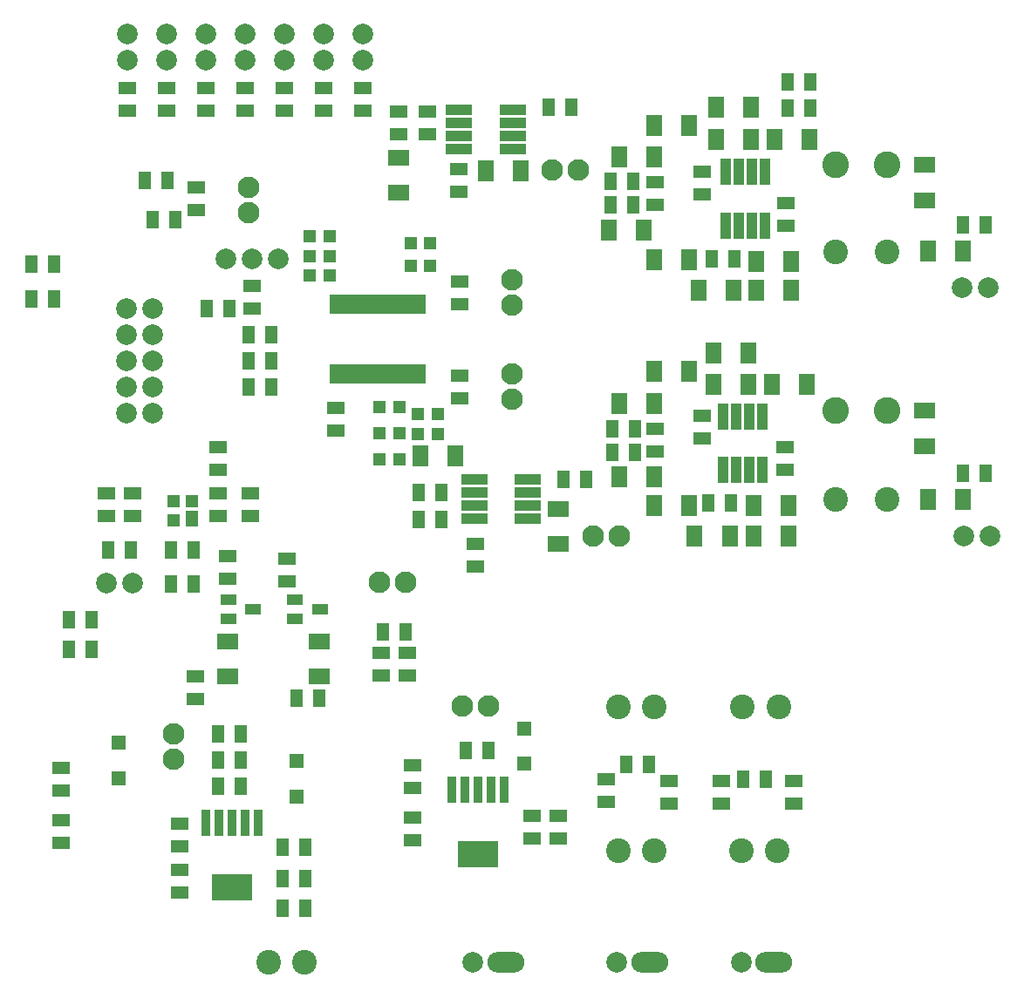
<source format=gts>
G04 #@! TF.FileFunction,Soldermask,Top*
%FSLAX46Y46*%
G04 Gerber Fmt 4.6, Leading zero omitted, Abs format (unit mm)*
G04 Created by KiCad (PCBNEW 4.0.1-stable) date 19/01/2016 21:52:03*
%MOMM*%
G01*
G04 APERTURE LIST*
%ADD10C,0.100000*%
%ADD11R,1.300000X1.700000*%
%ADD12R,1.500000X2.100000*%
%ADD13C,2.400000*%
%ADD14R,1.700000X1.300000*%
%ADD15C,2.100000*%
%ADD16R,1.300000X1.300000*%
%ADD17C,2.600000*%
%ADD18R,1.400000X1.400000*%
%ADD19R,2.100000X1.500000*%
%ADD20C,2.000000*%
%ADD21O,3.600000X2.000000*%
%ADD22R,1.600000X1.050000*%
%ADD23R,4.000000X2.600000*%
%ADD24R,0.950000X2.550000*%
%ADD25R,1.300000X1.600000*%
%ADD26R,1.300000X1.200000*%
%ADD27R,2.600000X1.000000*%
%ADD28R,0.850000X1.900000*%
%ADD29R,1.000000X2.600000*%
G04 APERTURE END LIST*
D10*
D11*
X70443000Y74676500D03*
X68243000Y74676500D03*
D12*
X67008000Y71628500D03*
X70408000Y71628500D03*
X89232000Y51308000D03*
X92632000Y51308000D03*
X89232000Y75438000D03*
X92632000Y75438000D03*
D13*
X59211000Y17145500D03*
X62711000Y17145500D03*
X71121000Y17145500D03*
X74621000Y17145500D03*
X28737500Y6350500D03*
X25237500Y6350500D03*
D11*
X28786000Y11557000D03*
X26586000Y11557000D03*
X59988000Y25527500D03*
X62188000Y25527500D03*
X71291000Y24130500D03*
X73491000Y24130500D03*
X28786000Y14478000D03*
X26586000Y14478000D03*
D13*
X59211000Y31115500D03*
X62711000Y31115500D03*
D11*
X28786000Y17526000D03*
X26586000Y17526000D03*
D13*
X71276000Y31115500D03*
X74776000Y31115500D03*
D14*
X53341000Y20531500D03*
X53341000Y18331500D03*
X50801000Y20531500D03*
X50801000Y18331500D03*
D11*
X20380400Y28520900D03*
X22580400Y28520900D03*
X20380400Y25980900D03*
X22580400Y25980900D03*
X20380400Y23440900D03*
X22580400Y23440900D03*
D15*
X44089000Y31242000D03*
X46589000Y31242000D03*
D11*
X44366000Y26860500D03*
X46566000Y26860500D03*
X15451000Y82245700D03*
X13251000Y82245700D03*
D15*
X23318200Y79090700D03*
X23318200Y81590700D03*
D16*
X31149000Y74930500D03*
X29249000Y74930500D03*
X31149000Y76835500D03*
X29249000Y76835500D03*
X31149000Y73025500D03*
X29249000Y73025500D03*
D14*
X38703300Y36350510D03*
X38703300Y34150510D03*
D15*
X36056300Y43251510D03*
X38556300Y43251510D03*
X48849000Y70124500D03*
X48849000Y72624500D03*
D16*
X36033400Y55194700D03*
X37933400Y55194700D03*
X36033400Y57734700D03*
X37933400Y57734700D03*
X36033400Y60274700D03*
X37933400Y60274700D03*
D14*
X43769000Y70274500D03*
X43769000Y72474500D03*
D11*
X15792000Y43053500D03*
X17992000Y43053500D03*
X15792000Y46355500D03*
X17992000Y46355500D03*
D14*
X12066000Y51900500D03*
X12066000Y49700500D03*
X43769000Y63330500D03*
X43769000Y61130500D03*
X20321000Y51900500D03*
X20321000Y49700500D03*
D11*
X9696000Y46355500D03*
X11896000Y46355500D03*
D15*
X48849000Y63480500D03*
X48849000Y60980500D03*
D14*
X31751000Y60155500D03*
X31751000Y57955500D03*
D11*
X58463000Y79883000D03*
X60663000Y79883000D03*
X60663000Y82169000D03*
X58463000Y82169000D03*
D13*
X85304000Y75311000D03*
X80304000Y75311000D03*
D17*
X85304000Y83820000D03*
X80304000Y83820000D03*
D13*
X85304000Y51308000D03*
X80304000Y51308000D03*
D17*
X85304000Y59944000D03*
X80304000Y59944000D03*
D14*
X67311000Y83078500D03*
X67311000Y80878500D03*
X67310000Y59393000D03*
X67310000Y57193000D03*
D11*
X70176000Y50927000D03*
X67976000Y50927000D03*
D14*
X75438000Y80094000D03*
X75438000Y77894000D03*
X75374500Y56345000D03*
X75374500Y54145000D03*
X62739000Y79926500D03*
X62739000Y82126500D03*
X62739000Y55923500D03*
X62739000Y58123500D03*
X37910500Y86721000D03*
X37910500Y88921000D03*
D11*
X41995000Y49340000D03*
X39795000Y49340000D03*
D14*
X40704500Y86721000D03*
X40704500Y88921000D03*
D11*
X41995000Y51943500D03*
X39795000Y51943500D03*
X52431500Y89345000D03*
X54631500Y89345000D03*
X53892000Y53213500D03*
X56092000Y53213500D03*
D14*
X43752500Y81133000D03*
X43752500Y83333000D03*
X45340000Y44747500D03*
X45340000Y46947500D03*
D18*
X27940000Y22430000D03*
X27940000Y25830000D03*
X50038000Y25605000D03*
X50038000Y29005000D03*
X10668000Y27608000D03*
X10668000Y24208000D03*
D19*
X21286200Y34063700D03*
X21286200Y37463700D03*
X30176200Y34063700D03*
X30176200Y37463700D03*
D14*
X58040000Y21887500D03*
X58040000Y24087500D03*
X76201000Y21760500D03*
X76201000Y23960500D03*
D11*
X13963200Y78435700D03*
X16163200Y78435700D03*
D14*
X36163300Y34150510D03*
X36163300Y36350510D03*
D20*
X59056000Y6350500D03*
D21*
X62231000Y6350500D03*
D20*
X71121000Y6350500D03*
D21*
X74296000Y6350500D03*
D20*
X45086000Y6350500D03*
D21*
X48261000Y6350500D03*
D20*
X34418000Y93980500D03*
X34418000Y96520500D03*
X30608000Y93980500D03*
X30608000Y96520500D03*
X26798000Y93980500D03*
X26798000Y96520500D03*
X22988000Y93980500D03*
X22988000Y96520500D03*
X19178000Y93980500D03*
X19178000Y96520500D03*
X15368000Y93980500D03*
X15368000Y96520500D03*
X11558000Y93980500D03*
X11558000Y96520500D03*
X9526000Y43180500D03*
X12066000Y43180500D03*
X11431000Y69850500D03*
X13971000Y69850500D03*
X11431000Y67310500D03*
X13971000Y67310500D03*
X11431000Y64770500D03*
X13971000Y64770500D03*
X11431000Y62230500D03*
X13971000Y62230500D03*
X11431000Y59690500D03*
X13971000Y59690500D03*
D14*
X64136000Y23960500D03*
X64136000Y21760500D03*
X69216000Y21760500D03*
X69216000Y23960500D03*
X16591000Y19760500D03*
X16591000Y17560500D03*
X16591000Y13115500D03*
X16591000Y15315500D03*
X39244000Y20404500D03*
X39244000Y18204500D03*
X39244000Y25484500D03*
X39244000Y23284500D03*
X34418000Y89070500D03*
X34418000Y91270500D03*
X18238200Y79367700D03*
X18238200Y81567700D03*
X30608000Y89070500D03*
X30608000Y91270500D03*
X26798000Y89070500D03*
X26798000Y91270500D03*
X22988000Y89070500D03*
X22988000Y91270500D03*
X19178000Y89070500D03*
X19178000Y91270500D03*
D11*
X36333300Y38425510D03*
X38533300Y38425510D03*
D14*
X15368000Y89070500D03*
X15368000Y91270500D03*
X11558000Y89070500D03*
X11558000Y91270500D03*
X9526000Y51900500D03*
X9526000Y49700500D03*
X23496000Y49700500D03*
X23496000Y51900500D03*
X20321000Y56345500D03*
X20321000Y54145500D03*
D11*
X19221000Y69850500D03*
X21421000Y69850500D03*
X23285000Y67310500D03*
X25485000Y67310500D03*
X23285000Y64770500D03*
X25485000Y64770500D03*
X23285000Y62230500D03*
X25485000Y62230500D03*
D14*
X21286200Y45753700D03*
X21286200Y43553700D03*
X18186400Y34069200D03*
X18186400Y31869200D03*
X27001200Y45499700D03*
X27001200Y43299700D03*
D11*
X30208400Y31953200D03*
X28008400Y31953200D03*
D12*
X72595000Y71628000D03*
X75995000Y71628000D03*
X68658000Y86233000D03*
X72058000Y86233000D03*
X72341000Y47752000D03*
X75741000Y47752000D03*
X68404000Y62484000D03*
X71804000Y62484000D03*
X72595000Y74422000D03*
X75995000Y74422000D03*
X74373000Y86233000D03*
X77773000Y86233000D03*
X72341000Y50673000D03*
X75741000Y50673000D03*
X74119000Y62484000D03*
X77519000Y62484000D03*
X68658000Y89408000D03*
X72058000Y89408000D03*
X66614000Y47752500D03*
X70014000Y47752500D03*
X68404000Y65532000D03*
X71804000Y65532000D03*
X62689000Y74549000D03*
X66089000Y74549000D03*
X62689000Y87630000D03*
X66089000Y87630000D03*
X62689000Y50673000D03*
X66089000Y50673000D03*
X62689000Y63754000D03*
X66089000Y63754000D03*
X58244000Y77470000D03*
X61644000Y77470000D03*
X59261000Y84582000D03*
X62661000Y84582000D03*
X59260000Y53467000D03*
X62660000Y53467000D03*
X59260000Y60579000D03*
X62660000Y60579000D03*
D19*
X37910500Y84441000D03*
X37910500Y81041000D03*
D12*
X43357000Y55499500D03*
X39957000Y55499500D03*
X49707000Y83185500D03*
X46307000Y83185500D03*
D19*
X53341000Y46941500D03*
X53341000Y50341500D03*
D22*
X23756200Y40589700D03*
X21356200Y41539700D03*
X21356200Y39639700D03*
X30233200Y40589700D03*
X27833200Y41539700D03*
X27833200Y39639700D03*
D23*
X21671000Y13605900D03*
D24*
X21671000Y19867000D03*
X19131000Y19867000D03*
X24211000Y19867000D03*
X22941000Y19867000D03*
X20401000Y19867000D03*
D23*
X45594000Y16789900D03*
D24*
X45594000Y23051000D03*
X43054000Y23051000D03*
X48134000Y23051000D03*
X46864000Y23051000D03*
X44324000Y23051000D03*
D25*
X17792000Y49415500D03*
D26*
X17792000Y51115500D03*
X15992000Y51115500D03*
X15992000Y49215500D03*
D27*
X43752500Y89091000D03*
X43752500Y87821000D03*
X43752500Y86551000D03*
X43752500Y85281000D03*
X48952500Y85281000D03*
X48952500Y86551000D03*
X48952500Y87821000D03*
X48952500Y89091000D03*
X45213000Y53213500D03*
X45213000Y51943500D03*
X45213000Y50673500D03*
X45213000Y49403500D03*
X50413000Y49403500D03*
X50413000Y50673500D03*
X50413000Y51943500D03*
X50413000Y53213500D03*
D28*
X40049000Y70250500D03*
X39399000Y70250500D03*
X38749000Y70250500D03*
X38099000Y70250500D03*
X37449000Y70250500D03*
X36799000Y70250500D03*
X36149000Y70250500D03*
X35499000Y70250500D03*
X34849000Y70250500D03*
X34199000Y70250500D03*
X33549000Y70250500D03*
X32899000Y70250500D03*
X32249000Y70250500D03*
X31599000Y70250500D03*
X31599000Y63500500D03*
X32249000Y63500500D03*
X32899000Y63500500D03*
X33549000Y63500500D03*
X34199000Y63500500D03*
X34849000Y63500500D03*
X35499000Y63500500D03*
X36149000Y63500500D03*
X36799000Y63500500D03*
X37449000Y63500500D03*
X38099000Y63500500D03*
X38749000Y63500500D03*
X39399000Y63500500D03*
X40049000Y63500500D03*
D29*
X69597000Y77866988D03*
X70867000Y77866988D03*
X72137000Y77866988D03*
X73407000Y77866988D03*
X73407000Y83066988D03*
X72137000Y83066988D03*
X70867000Y83066988D03*
X69597000Y83066988D03*
X69343000Y54145500D03*
X70613000Y54145500D03*
X71883000Y54145500D03*
X73153000Y54145500D03*
X73153000Y59345500D03*
X71883000Y59345500D03*
X70613000Y59345500D03*
X69343000Y59345500D03*
D15*
X52789500Y83249000D03*
X55289500Y83249000D03*
X56790000Y47752500D03*
X59290000Y47752500D03*
D16*
X39050000Y76200000D03*
X40950000Y76200000D03*
X39050000Y74000000D03*
X40950000Y74000000D03*
X39754500Y59563500D03*
X41654500Y59563500D03*
X39754500Y57658500D03*
X41654500Y57658500D03*
D11*
X92626000Y53848000D03*
X94826000Y53848000D03*
D19*
X88900000Y83742000D03*
X88900000Y80342000D03*
X88900000Y59866000D03*
X88900000Y56466000D03*
D20*
X26163000Y74676500D03*
X21083000Y74676500D03*
X23623000Y74676500D03*
D14*
X23623000Y72050500D03*
X23623000Y69850500D03*
X5080000Y23030000D03*
X5080000Y25230000D03*
X5080000Y20150000D03*
X5080000Y17950000D03*
D11*
X5886000Y36703500D03*
X8086000Y36703500D03*
X5886000Y39624500D03*
X8086000Y39624500D03*
X4403000Y70739500D03*
X2203000Y70739500D03*
X4403000Y74168500D03*
X2203000Y74168500D03*
D15*
X16027400Y28529600D03*
X16027400Y26029600D03*
D11*
X58590000Y55880000D03*
X60790000Y55880000D03*
X60790000Y58166000D03*
X58590000Y58166000D03*
D20*
X92583000Y71882000D03*
X95123000Y71882000D03*
X92710000Y47752000D03*
X95250000Y47752000D03*
D11*
X92626000Y77978000D03*
X94826000Y77978000D03*
X77808000Y89281000D03*
X75608000Y89281000D03*
X77808000Y91821000D03*
X75608000Y91821000D03*
M02*

</source>
